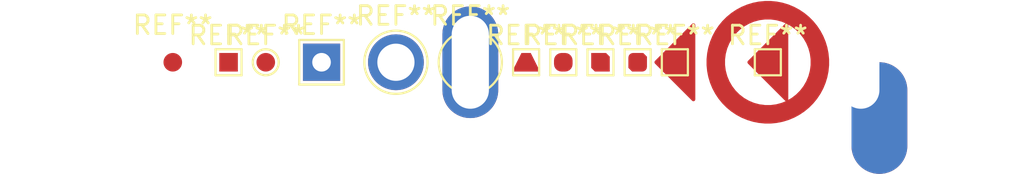
<source format=kicad_pcb>
(kicad_pcb (version 20211014) (generator pcbnew)
  (title_block (title "A board") (date "2023-02-01") (rev "v1") (company "Winterbloom") (comment 1 "Comment 1") (comment 3 "Comment 3") (comment 5 "Comment 5") (comment 7 "Comment 7") (comment 9 "Comment 9"))
  (layers (0 "F.Cu" signal) (1 "In1.Cu" signal) (2 "In2.Cu" signal) (31 "B.Cu" signal) (34 "B.Paste" user) (35 "F.Paste" user) (36 "B.SilkS" user "B.Silkscreen") (37 "F.SilkS" user "F.Silkscreen") (38 "B.Mask" user) (39 "F.Mask" user) (44 "Edge.Cuts" user))
  (net 0 "")
  (footprint "TestPoint:TestPoint_Pad_D1.0mm" (layer "F.Cu") (at 5 0)
    (fp_text reference "REF**" (at 0 -1.448) (layer "F.SilkS"))
    (fp_text value "TestPoint_Pad_D1.0mm")
    (fp_circle (center 0 0) (end 0 0.7) (layer "F.SilkS") (width 0.12) (fill none))
    (pad "1" smd circle (at 0 0) (size 1 1) (layers "F.Cu" "F.Mask"))
  )
  (footprint "TestPoint:TestPoint_Pad_1.0x1.0mm" (layer "F.Cu") (at 25 0)
    (fp_text reference "REF**" (at 0 -1.448) (layer "F.SilkS"))
    (fp_text value "TestPoint_Pad_1.0x1.0mm_Trapezoid")
    (fp_line (start -0.7 0.7) (end -0.7 -0.7) (layer "F.SilkS") (width 0.12))
    (fp_line (start 0.7 0.7) (end -0.7 0.7) (layer "F.SilkS") (width 0.12))
    (fp_line (start 0.7 -0.7) (end 0.7 0.7) (layer "F.SilkS") (width 0.12))
    (fp_line (start -0.7 -0.7) (end 0.7 -0.7) (layer "F.SilkS") (width 0.12))
    (pad "1" smd roundrect (at 0 0 90) (size 1 1) (layers "F.Cu" "F.Mask") (chamfer_ratio 0.2) (chamfer top_left bottom_right))
  )
  (footprint "TestPoint:TestPoint_Pad_1.0x1.0mm" (layer "F.Cu") (at 21 0)
    (fp_text reference "REF**" (at 0 -1.448) (layer "F.SilkS"))
    (fp_text value "TestPoint_Pad_1.0x1.0mm_Trapezoid")
    (fp_line (start -0.7 0.7) (end -0.7 -0.7) (layer "F.SilkS") (width 0.12))
    (fp_line (start 0.7 0.7) (end -0.7 0.7) (layer "F.SilkS") (width 0.12))
    (fp_line (start 0.7 -0.7) (end 0.7 0.7) (layer "F.SilkS") (width 0.12))
    (fp_line (start -0.7 -0.7) (end 0.7 -0.7) (layer "F.SilkS") (width 0.12))
    (pad "1" smd roundrect (at 0 0 90) (size 1 1) (layers "F.Cu" "F.Mask") (roundrect_rratio 0.4))
  )
  (footprint "TestPoint:TestPoint_Pad_1.0x1.0mm" (layer "F.Cu") (at 27 0)
    (fp_text reference "REF**" (at 0 -1.448) (layer "F.SilkS"))
    (fp_text value "TestPoint_Pad_1.0x1.0mm_Trapezoid")
    (fp_line (start -0.7 0.7) (end -0.7 -0.7) (layer "F.SilkS") (width 0.12))
    (fp_line (start 0.7 0.7) (end -0.7 0.7) (layer "F.SilkS") (width 0.12))
    (fp_line (start 0.7 -0.7) (end 0.7 0.7) (layer "F.SilkS") (width 0.12))
    (fp_line (start -0.7 -0.7) (end 0.7 -0.7) (layer "F.SilkS") (width 0.12))
    (pad "1" smd custom (at 0 0 90) (size 1 1) (layers "F.Cu" "F.Mask") (options (clearance outline) (anchor circle)) (primitives (gr_poly (pts (xy -2 1) (xy 0 -1) (xy 2 1)) (width 0.2) (fill yes))))
  )
  (footprint "TestPoint:TestPoint_Plated_Hole_D2.0mm" (layer "F.Cu") (at 16 0)
    (fp_text reference "REF**" (at 0 -2.498) (layer "F.SilkS"))
    (fp_text value "TestPoint_Plated_Hole_D2.0mm_SLOT")
    (fp_circle (center 0 0) (end 0 -1.7) (layer "F.SilkS") (width 0.12) (fill none))
    (pad "1" thru_hole oval (at 0 0) (size 3 6) (drill oval 2 5) (layers *.Cu *.Mask))
  )
  (footprint "TestPoint:TestPoint_Plated_Hole_D2.0mm" (layer "F.Cu") (at 12 0)
    (fp_text reference "REF**" (at 0 -2.498) (layer "F.SilkS"))
    (fp_text value "TestPoint_Plated_Hole_D2.0mm")
    (fp_circle (center 0 0) (end 0 -1.7) (layer "F.SilkS") (width 0.12) (fill none))
    (pad "1" thru_hole circle (at 0 0) (size 3 3) (drill 2) (layers *.Cu *.Mask))
  )
  (footprint "TestPoint:TestPoint_THTPad_2.0x2.0mm_Drill1.0mm" (layer "F.Cu") (at 8 0)
    (fp_text reference "REF**" (at 0 -1.998) (layer "F.SilkS"))
    (fp_text value "TestPoint_THTPad_2.0x2.0mm_Drill1.0mm")
    (fp_line (start -1.2 -1.2) (end 1.2 -1.2) (layer "F.SilkS") (width 0.12))
    (fp_line (start 1.2 -1.2) (end 1.2 1.2) (layer "F.SilkS") (width 0.12))
    (fp_line (start -1.2 1.2) (end -1.2 -1.2) (layer "F.SilkS") (width 0.12))
    (fp_line (start 1.2 1.2) (end -1.2 1.2) (layer "F.SilkS") (width 0.12))
    (pad "1" thru_hole rect (at 0 0) (size 2 2) (drill 1) (layers *.Cu *.Mask))
  )
  (footprint "TestPoint:TestPoint_Pad_1.0x1.0mm" (layer "F.Cu") (at 3 0)
    (fp_text reference "REF**" (at 0 -1.448) (layer "F.SilkS"))
    (fp_text value "TestPoint_Pad_1.0x1.0mm")
    (fp_line (start -0.7 0.7) (end -0.7 -0.7) (layer "F.SilkS") (width 0.12))
    (fp_line (start 0.7 0.7) (end -0.7 0.7) (layer "F.SilkS") (width 0.12))
    (fp_line (start 0.7 -0.7) (end 0.7 0.7) (layer "F.SilkS") (width 0.12))
    (fp_line (start -0.7 -0.7) (end 0.7 -0.7) (layer "F.SilkS") (width 0.12))
    (pad "1" smd rect (at 0 0) (size 1 1) (layers "F.Cu" "F.Mask"))
  )
  (footprint "TestPoint:TestPoint_Pad_1.0x1.0mm" (layer "F.Cu") (at 23 0)
    (fp_text reference "REF**" (at 0 -1.448) (layer "F.SilkS"))
    (fp_text value "TestPoint_Pad_1.0x1.0mm_Trapezoid")
    (fp_line (start -0.7 0.7) (end -0.7 -0.7) (layer "F.SilkS") (width 0.12))
    (fp_line (start 0.7 0.7) (end -0.7 0.7) (layer "F.SilkS") (width 0.12))
    (fp_line (start 0.7 -0.7) (end 0.7 0.7) (layer "F.SilkS") (width 0.12))
    (fp_line (start -0.7 -0.7) (end 0.7 -0.7) (layer "F.SilkS") (width 0.12))
    (pad "1" smd roundrect (at 0 0 90) (size 1 1) (layers "F.Cu" "F.Mask") (roundrect_rratio 0) (chamfer_ratio 0.2) (chamfer top_left bottom_right))
  )
  (footprint "TestPoint:TestPoint_Pad_1.0x1.0mm" (layer "F.Cu") (at 19 0)
    (fp_text reference "REF**" (at 0 -1.448) (layer "F.SilkS"))
    (fp_text value "TestPoint_Pad_1.0x1.0mm_Trapezoid")
    (fp_line (start -0.7 0.7) (end -0.7 -0.7) (layer "F.SilkS") (width 0.12))
    (fp_line (start 0.7 0.7) (end -0.7 0.7) (layer "F.SilkS") (width 0.12))
    (fp_line (start 0.7 -0.7) (end 0.7 0.7) (layer "F.SilkS") (width 0.12))
    (fp_line (start -0.7 -0.7) (end 0.7 -0.7) (layer "F.SilkS") (width 0.12))
    (pad "1" smd trapezoid (at 0 0 90) (size 1 1) (rect_delta 0.5 0) (layers "F.Cu" "F.Mask"))
  )
  (footprint "TestPoint:TestPoint_Pad_1.0x1.0mm" (layer "F.Cu") (at 32 0)
    (fp_text reference "REF**" (at 0 -1.448) (layer "F.SilkS"))
    (fp_text value "TestPoint_Pad_1.0x1.0mm_Trapezoid")
    (fp_line (start -0.7 0.7) (end -0.7 -0.7) (layer "F.SilkS") (width 0.12))
    (fp_line (start 0.7 0.7) (end -0.7 0.7) (layer "F.SilkS") (width 0.12))
    (fp_line (start 0.7 -0.7) (end 0.7 0.7) (layer "F.SilkS") (width 0.12))
    (fp_line (start -0.7 -0.7) (end 0.7 -0.7) (layer "F.SilkS") (width 0.12))
    (pad "1" smd custom (at 0 0 90) (size 1 1) (layers "F.Cu" "F.Mask") (options (clearance outline) (anchor rect)) (primitives (gr_poly (pts (xy -2 1) (xy 0 -1) (xy 2 1)) (width 0.2) (fill yes)) (gr_circle (center 0 0) (end 2.8 0) (width 1) (fill none))))
  )
  (footprint "" (layer "F.Cu") (at 37 0)
    (fp_text reference "" (at 0 0) (layer "F.SilkS") (effects (font (size 1.27 1.27))))
    (fp_text value "" (at 0 0) (layer "F.SilkS") (effects (font (size 1.27 1.27))))
    (pad "1" thru_hole oval (at 0 0) (size 3 6) (drill oval 2 5 (offset 1 3)) (layers *.Cu *.Mask))
  )
  (footprint "Fiducial:Fiducial_1mm_Mask2mm" (layer "F.Cu") (at 0 0)
    (fp_text reference "REF**" (at 0 -2) (layer "F.SilkS"))
    (fp_text value "Fiducial_1mm_Mask2mm")
    (pad "" smd circle (at 0 0) (size 1 1) (layers "F.Cu" "F.Mask") (clearance 0.5))
  )
)
</source>
